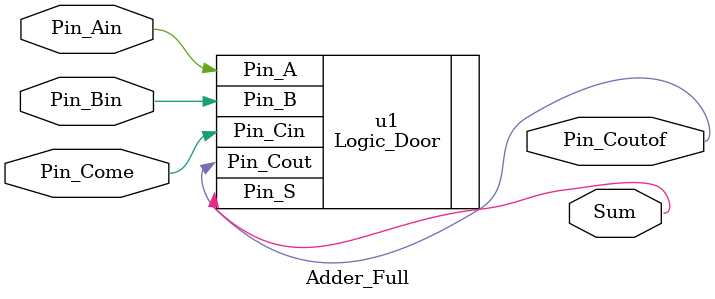
<source format=v>
module Adder_Full(
input Pin_Ain,
input Pin_Bin,
input Pin_Come,
output Pin_Coutof,
output Sum
);

wire wire1;
wire wire2;
wire wire3;
  Logic_Door u1(.Pin_A(Pin_Ain),.Pin_B(Pin_Bin),.Pin_Cin(Pin_Come),.Pin_Cout(Pin_Coutof),.Pin_S(Sum));

endmodule

</source>
